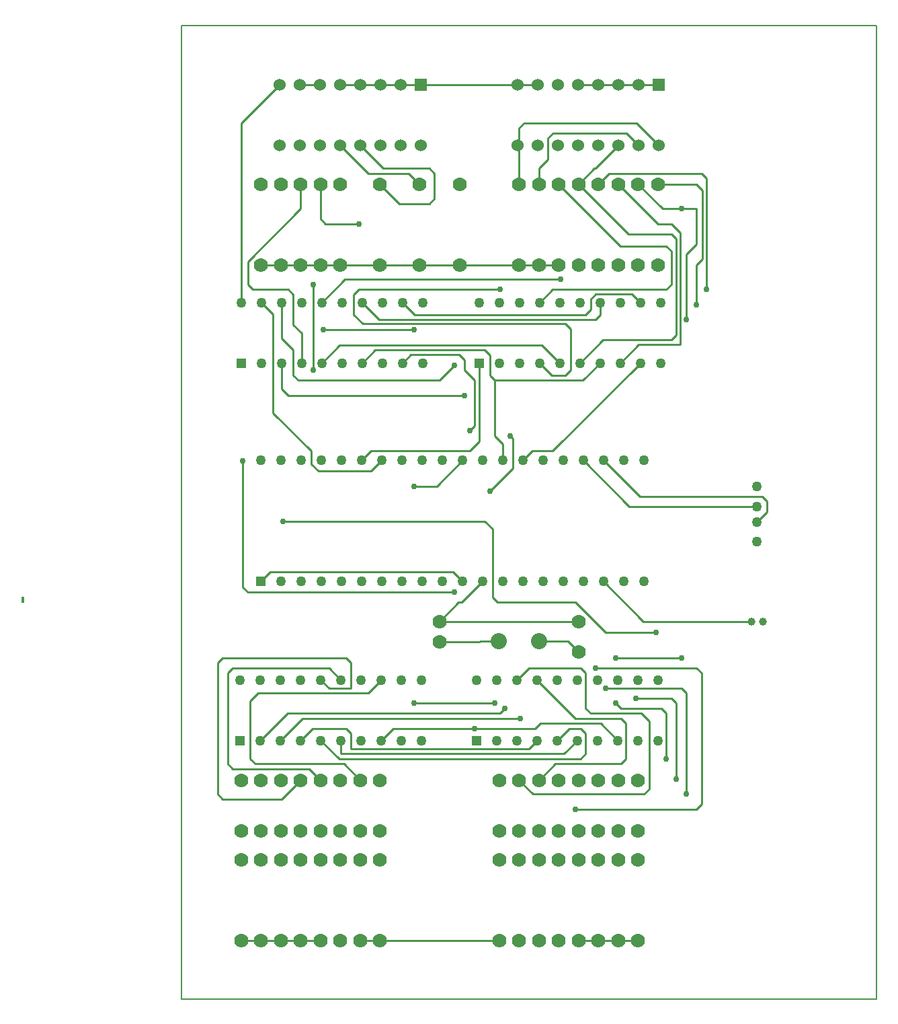
<source format=gbr>
G04 PROTEUS RS274X GERBER FILE*
%FSLAX45Y45*%
%MOMM*%
G01*
%ADD10C,0.254000*%
%ADD11C,0.762000*%
%AMPPAD002*
4,1,20,
-0.005000,0.625000,
0.005000,0.625000,
0.039760,0.621620,
0.071900,0.611880,
0.100810,0.596420,
0.125860,0.575860,
0.146420,0.550810,
0.161880,0.521900,
0.171620,0.489760,
0.175000,0.455000,
0.175000,-0.175000,
-0.175000,-0.175000,
-0.175000,0.455000,
-0.171620,0.489760,
-0.161880,0.521900,
-0.146420,0.550810,
-0.125860,0.575860,
-0.100810,0.596420,
-0.071900,0.611880,
-0.039760,0.621620,
-0.005000,0.625000,
0*%
%ADD12PPAD002*%
%ADD13R,1.270000X1.270000*%
%ADD14C,1.270000*%
%ADD15C,2.032000*%
%ADD16C,1.778000*%
%ADD17C,0.980000*%
%ADD18R,1.524000X1.524000*%
%ADD19C,0.000000*%
%ADD70C,1.524000*%
%ADD71C,0.203200*%
%TD.AperFunction*%
D10*
X+1814000Y+1024000D02*
X+2390960Y+447040D01*
X+4000000Y+447040D01*
X+2068000Y+1024000D02*
X+2520500Y+571500D01*
X+4064000Y+571500D01*
X+4127500Y+508000D01*
X+4127500Y+376420D01*
X+4000000Y+248920D01*
X+1250000Y-1250000D02*
X+1619000Y-1250000D01*
X+1750000Y-1381000D01*
X+742000Y-1250000D02*
X+508000Y-1250000D01*
X+504000Y-1254000D01*
X+0Y-1254000D01*
X-726000Y+1024000D02*
X-861000Y+889000D01*
X-1524000Y+889000D01*
X-1615000Y+980000D01*
X-1615000Y+1143000D01*
X-2095500Y+1623500D01*
X-2095500Y+2861500D01*
X-2246000Y+3012000D01*
X-980000Y+1024000D02*
X-861000Y+1143000D01*
X+381000Y+1143000D01*
X+500000Y+1262000D01*
X+500000Y+2250000D01*
X-1968500Y+254000D02*
X-1964162Y+258338D01*
X+571500Y+258338D01*
X+665700Y+164138D01*
X+665700Y-698500D01*
X+729200Y-762000D01*
X+1714500Y-762000D01*
X+2095500Y-1143000D01*
X+2730500Y-1143000D01*
X-2476500Y+1016000D02*
X-2476500Y-571500D01*
X-2413000Y-635000D01*
X+190500Y-635000D01*
X+2068000Y-500000D02*
X+2568000Y-1000000D01*
X+3925000Y-1000000D01*
X+825500Y-2095500D02*
X+762000Y-2159000D01*
X-1917000Y-2159000D01*
X-2258000Y-2500000D01*
X+190500Y+2222500D02*
X+0Y+2032000D01*
X-1778000Y+2032000D01*
X-1841500Y+2095500D01*
X-1841500Y+2413000D01*
X-1992000Y+2563500D01*
X-1992000Y+3012000D01*
X+1016000Y-2222500D02*
X-1726500Y-2222500D01*
X-2004000Y-2500000D01*
X+1524000Y+3302000D02*
X-1194000Y+3302000D01*
X-1484000Y+3012000D01*
X+2024000Y+3012000D02*
X+2024000Y+2857500D01*
X+1960500Y+2794000D01*
X-758000Y+2794000D01*
X-976000Y+3012000D01*
X+1226000Y-2500000D02*
X+1122500Y-2603500D01*
X-1115000Y-2603500D01*
X-1115000Y-2413000D01*
X-1178500Y-2349500D01*
X-1599500Y-2349500D01*
X-1750000Y-2500000D01*
X+2532000Y+3012000D02*
X+2425100Y+3118900D01*
X+1968500Y+3118900D01*
X+1905000Y+3055400D01*
X+1905000Y+2921000D01*
X+1841500Y+2857500D01*
X-313500Y+2857500D01*
X-468000Y+3012000D01*
X+1480000Y-2500000D02*
X+1630500Y-2349500D01*
X+1778000Y-2349500D01*
X+1841500Y-2413000D01*
X+1841500Y-2667000D01*
X+1778000Y-2730500D01*
X-1265500Y-2730500D01*
X-1496000Y-2500000D01*
X+1052000Y+1024000D02*
X+1171000Y+1143000D01*
X+1425000Y+1143000D01*
X+2532000Y+2250000D01*
X+381000Y+1397000D02*
X+444500Y+1460500D01*
X+444500Y+2032000D01*
X+317500Y+2159000D01*
X+317500Y+2286000D01*
X+246600Y+2356900D01*
X-361100Y+2356900D01*
X-468000Y+2250000D01*
X+1734000Y-2500000D02*
X+1567000Y-2667000D01*
X-1242000Y-2667000D01*
X-1242000Y-2500000D01*
X+698500Y+2032000D02*
X+698500Y+1333500D01*
X+798000Y+1234000D01*
X+798000Y+1024000D01*
X-976000Y+2250000D02*
X-813000Y+2413000D01*
X+571500Y+2413000D01*
X+635000Y+2349500D01*
X+635000Y+2095500D01*
X+698500Y+2032000D01*
X+1806000Y+2032000D01*
X+2024000Y+2250000D01*
X+571500Y-2349500D02*
X+444500Y-2349500D01*
X+889000Y+1333500D02*
X+925000Y+1297500D01*
X+925000Y+925000D01*
X+635000Y+635000D01*
X+571500Y-2349500D02*
X+1206500Y-2349500D01*
X+1270000Y-2286000D01*
X+2028000Y-2286000D01*
X+2242000Y-2500000D01*
X+1516000Y+2250000D02*
X+1289500Y+2476500D01*
X-1257500Y+2476500D01*
X-1484000Y+2250000D01*
X+444500Y-2349500D02*
X-583500Y-2349500D01*
X-734000Y-2500000D01*
X+317500Y+1841500D02*
X-1905000Y+1841500D01*
X-1992000Y+1928500D01*
X-1992000Y+2250000D01*
X+290000Y+1024000D02*
X-35500Y+698500D01*
X-317500Y+698500D01*
X-1750000Y+4500000D02*
X-1750000Y+4191000D01*
X-2413000Y+3528000D01*
X-2413000Y+3238500D01*
X-2349500Y+3175000D01*
X-1905000Y+3175000D01*
X-1841500Y+3111500D01*
X-1841500Y+2730500D01*
X-1738000Y+2627000D01*
X-1738000Y+2250000D01*
X-1587500Y+2159000D02*
X-1587500Y+3238500D01*
X-750000Y+4500000D02*
X-504500Y+4254500D01*
X-127000Y+4254500D01*
X-63500Y+4318000D01*
X-63500Y+4635500D01*
X-127000Y+4699000D01*
X-711000Y+4699000D01*
X-1000000Y+4988000D01*
X-250000Y+4500000D02*
X-385500Y+4635500D01*
X-901499Y+4635500D01*
X-1254000Y+4988000D01*
X-1253999Y+4988000D01*
X-1500000Y+4500000D02*
X-1500000Y+4064000D01*
X-1436500Y+4000500D01*
X-1016000Y+4000500D01*
X+1000000Y+4500000D02*
X+1000000Y+5207000D01*
X+1063500Y+5270500D01*
X+2479500Y+5270500D01*
X+2762000Y+4988000D01*
X+1250000Y+4500000D02*
X+1250000Y+4699000D01*
X+1365000Y+4814000D01*
X+1365000Y+5080000D01*
X+1428500Y+5143500D01*
X+2352500Y+5143500D01*
X+2508000Y+4988000D01*
X+762000Y+3175000D02*
X-1016000Y+3175000D01*
X-1079500Y+3111500D01*
X-1079500Y+2857500D01*
X-965200Y+2743200D01*
X+1587500Y+2743200D01*
X+1651000Y+2679700D01*
X+1651000Y+2159000D01*
X+1587500Y+2095500D01*
X+1416500Y+2095500D01*
X+1262000Y+2250000D01*
X+1750000Y+4500000D02*
X+1949000Y+4699000D01*
X+1965000Y+4699000D01*
X+2254000Y+4988000D01*
X+1750000Y+4500000D02*
X+2376500Y+3873500D01*
X+2921000Y+3873500D01*
X+2984500Y+3810000D01*
X+2984500Y+2603500D01*
X+2921000Y+2540000D01*
X+2060000Y+2540000D01*
X+1770000Y+2250000D01*
X+2250000Y+4500000D02*
X+2749500Y+4000500D01*
X+2921000Y+4000500D01*
X+3035300Y+3886200D01*
X+3035300Y+2480893D01*
X+2508893Y+2480893D01*
X+2278000Y+2250000D01*
X+2750000Y+4500000D02*
X+3238500Y+4500000D01*
X+3314700Y+4423800D01*
X+3314700Y+3556000D01*
X+3238500Y+3479800D01*
X+3238500Y+2984500D01*
X+3048000Y+4191000D02*
X+2809000Y+4191000D01*
X+2500000Y+4500000D01*
X+3238500Y+4191000D02*
X+3048000Y+4191000D01*
X+3238500Y+4191000D02*
X+3238500Y+3746500D01*
X+3111500Y+3619500D01*
X+3111500Y+2794000D01*
X+2000000Y+4500000D02*
X+2135500Y+4635500D01*
X+3302000Y+4635500D01*
X+3365500Y+4572000D01*
X+3365500Y+3175000D01*
X+1500000Y+4500000D02*
X+2278205Y+3721795D01*
X+2857500Y+3721795D01*
X+2921000Y+3658295D01*
X+2921000Y+3238500D01*
X+2857500Y+3175000D01*
X+1425000Y+3175000D01*
X+1262000Y+3012000D01*
X-1496000Y-1738000D02*
X-1392500Y-1841500D01*
X-1115000Y-1841500D01*
X-1115000Y-1524000D01*
X-1178500Y-1460500D01*
X-2730500Y-1460500D01*
X-2794000Y-1524000D01*
X-2794000Y-3175000D01*
X-2730500Y-3238500D01*
X-1988500Y-3238500D01*
X-1750000Y-3000000D01*
X-1242000Y-1738000D02*
X-1392500Y-1587500D01*
X-2603500Y-1587500D01*
X-2667000Y-1651000D01*
X-2667000Y-2794000D01*
X-2603500Y-2857500D01*
X-1642500Y-2857500D01*
X-1500000Y-3000000D01*
X-734000Y-1738000D02*
X-901000Y-1905000D01*
X-2286000Y-1905000D01*
X-2385000Y-2004000D01*
X-2385000Y-2730500D01*
X-2321500Y-2794000D01*
X-1206000Y-2794000D01*
X-1000000Y-3000000D01*
X+698500Y-2032000D02*
X-317500Y-2032000D01*
X+972000Y-1738000D02*
X+1122500Y-1587500D01*
X+1778000Y-1587500D01*
X+1841500Y-1651000D01*
X+1841500Y-2095500D01*
X+1905000Y-2159000D01*
X+2540000Y-2159000D01*
X+2637700Y-2256700D01*
X+2637700Y-3111500D01*
X+2574200Y-3175000D01*
X+1175000Y-3175000D01*
X+1000000Y-3000000D01*
X+1226000Y-1738000D02*
X+1710500Y-2222500D01*
X+2286000Y-2222500D01*
X+2349500Y-2286000D01*
X+2349500Y-2730500D01*
X+2286000Y-2794000D01*
X+1456000Y-2794000D01*
X+1250000Y-3000000D01*
X+2222500Y-2032000D02*
X+2286000Y-2095500D01*
X+2794000Y-2095500D01*
X+2857500Y-2159000D01*
X+2857500Y-2730500D01*
X+1968500Y-1587500D02*
X+3238500Y-1587500D01*
X+3302000Y-1651000D01*
X+3302000Y-3302000D01*
X+3238500Y-3365500D01*
X+1714500Y-3365500D01*
X+2095500Y-1841500D02*
X+3048000Y-1841500D01*
X+3111500Y-1905000D01*
X+3111500Y-3175000D01*
X+2222500Y-1460500D02*
X+3048000Y-1460500D01*
X+2476500Y-1968500D02*
X+2921000Y-1968500D01*
X+2984500Y-2032000D01*
X+2984500Y-2984500D01*
X+544000Y-500000D02*
X+282000Y-762000D01*
X+238000Y-762000D01*
X+0Y-1000000D01*
X+1750000Y-1000000D01*
X-750000Y-5016000D02*
X+750000Y-5016000D01*
X-1250000Y+3484000D02*
X-750000Y+3484000D01*
X-250000Y+3484000D02*
X+250000Y+3484000D01*
X-750000Y+3484000D02*
X-250000Y+3484000D01*
X+2250000Y-5016000D02*
X+2500000Y-5016000D01*
X+2000000Y-5016000D02*
X+2250000Y-5016000D01*
X+1750000Y-5016000D02*
X+2000000Y-5016000D01*
X-1000000Y-5016000D02*
X-750000Y-5016000D01*
X-1750000Y-5016000D02*
X-1500000Y-5016000D01*
X-2000000Y-5016000D02*
X-1750000Y-5016000D01*
X-2250000Y-5016000D02*
X-2000000Y-5016000D01*
X-2250000Y-5016000D02*
X-2500000Y-5016000D01*
X-1750000Y+3484000D02*
X-2000000Y+3484000D01*
X-2250000Y+3484000D01*
X-1750000Y+3484000D02*
X-1500000Y+3484000D01*
X-1250000Y+3484000D02*
X-1500000Y+3484000D01*
X+1250000Y+3484000D02*
X+1500000Y+3484000D01*
X+1000000Y+3484000D02*
X+250000Y+3484000D01*
X+1000000Y+3484000D02*
X+1250000Y+3484000D01*
X-2500000Y+3012000D02*
X-2500000Y+5266000D01*
X-2016000Y+5750000D01*
X-2250000Y-500000D02*
X-2131000Y-381000D01*
X+171000Y-381000D01*
X+290000Y-500000D01*
X-238000Y+5750000D02*
X+984000Y+5750000D01*
X-1508000Y+5750000D02*
X-1762000Y+5750000D01*
X-1000000Y+5750000D02*
X-1254000Y+5750000D01*
X-746000Y+5750000D02*
X-1000000Y+5750000D01*
X-492000Y+5750000D02*
X-746000Y+5750000D01*
X-238000Y+5750000D02*
X-492000Y+5750000D01*
X+2508000Y+5750000D02*
X+2762000Y+5750000D01*
X+2508000Y+5750000D02*
X+2254000Y+5750000D01*
X+2000000Y+5750000D01*
X+1746000Y+5750000D01*
X+1238000Y+5750000D02*
X+984000Y+5750000D01*
X-317500Y+2667000D02*
X-1460500Y+2667000D01*
D11*
X+2730500Y-1143000D03*
X-1968500Y+254000D03*
X+190500Y-635000D03*
X-2476500Y+1016000D03*
X+825500Y-2095500D03*
X+190500Y+2222500D03*
X+1016000Y-2222500D03*
X+1524000Y+3302000D03*
X+381000Y+1397000D03*
X+444500Y-2349500D03*
X+635000Y+635000D03*
X+889000Y+1333500D03*
X+317500Y+1841500D03*
X-317500Y+698500D03*
X-1587500Y+3238500D03*
X-1587500Y+2159000D03*
X-1016000Y+4000500D03*
X+762000Y+3175000D03*
X+3238500Y+2984500D03*
X+3048000Y+4191000D03*
X+3111500Y+2794000D03*
X+3365500Y+3175000D03*
X-317500Y-2032000D03*
X+698500Y-2032000D03*
X+2857500Y-2730500D03*
X+2222500Y-2032000D03*
X+1714500Y-3365500D03*
X+1968500Y-1587500D03*
X+3111500Y-3175000D03*
X+2095500Y-1841500D03*
X+3048000Y-1460500D03*
X+2222500Y-1460500D03*
X+2984500Y-2984500D03*
X+2476500Y-1968500D03*
X-1460500Y+2667000D03*
X-317500Y+2667000D03*
D12*
X-5250000Y-750000D03*
D13*
X-2250000Y-500000D03*
D14*
X-1996000Y-500000D03*
X-1742000Y-500000D03*
X-1488000Y-500000D03*
X-1234000Y-500000D03*
X-980000Y-500000D03*
X-726000Y-500000D03*
X-472000Y-500000D03*
X-218000Y-500000D03*
X+36000Y-500000D03*
X+290000Y-500000D03*
X+544000Y-500000D03*
X+798000Y-500000D03*
X+1052000Y-500000D03*
X+1306000Y-500000D03*
X+1560000Y-500000D03*
X+1814000Y-500000D03*
X+2068000Y-500000D03*
X+2322000Y-500000D03*
X+2576000Y-500000D03*
X+2576000Y+1024000D03*
X+2322000Y+1024000D03*
X+2068000Y+1024000D03*
X+1814000Y+1024000D03*
X+1560000Y+1024000D03*
X+1306000Y+1024000D03*
X+1052000Y+1024000D03*
X+798000Y+1024000D03*
X+544000Y+1024000D03*
X+290000Y+1024000D03*
X+36000Y+1024000D03*
X-218000Y+1024000D03*
X-472000Y+1024000D03*
X-726000Y+1024000D03*
X-980000Y+1024000D03*
X-1234000Y+1024000D03*
X-1488000Y+1024000D03*
X-1742000Y+1024000D03*
X-1996000Y+1024000D03*
X-2250000Y+1024000D03*
D13*
X-2500000Y+2250000D03*
D14*
X-2246000Y+2250000D03*
X-1992000Y+2250000D03*
X-1738000Y+2250000D03*
X-1484000Y+2250000D03*
X-1230000Y+2250000D03*
X-976000Y+2250000D03*
X-722000Y+2250000D03*
X-468000Y+2250000D03*
X-214000Y+2250000D03*
X-214000Y+3012000D03*
X-468000Y+3012000D03*
X-722000Y+3012000D03*
X-976000Y+3012000D03*
X-1230000Y+3012000D03*
X-1484000Y+3012000D03*
X-1738000Y+3012000D03*
X-1992000Y+3012000D03*
X-2246000Y+3012000D03*
X-2500000Y+3012000D03*
D13*
X+500000Y+2250000D03*
D14*
X+754000Y+2250000D03*
X+1008000Y+2250000D03*
X+1262000Y+2250000D03*
X+1516000Y+2250000D03*
X+1770000Y+2250000D03*
X+2024000Y+2250000D03*
X+2278000Y+2250000D03*
X+2532000Y+2250000D03*
X+2786000Y+2250000D03*
X+2786000Y+3012000D03*
X+2532000Y+3012000D03*
X+2278000Y+3012000D03*
X+2024000Y+3012000D03*
X+1770000Y+3012000D03*
X+1516000Y+3012000D03*
X+1262000Y+3012000D03*
X+1008000Y+3012000D03*
X+754000Y+3012000D03*
X+500000Y+3012000D03*
D13*
X-2512000Y-2500000D03*
D14*
X-2258000Y-2500000D03*
X-2004000Y-2500000D03*
X-1750000Y-2500000D03*
X-1496000Y-2500000D03*
X-1242000Y-2500000D03*
X-988000Y-2500000D03*
X-734000Y-2500000D03*
X-480000Y-2500000D03*
X-226000Y-2500000D03*
X-226000Y-1738000D03*
X-480000Y-1738000D03*
X-734000Y-1738000D03*
X-988000Y-1738000D03*
X-1242000Y-1738000D03*
X-1496000Y-1738000D03*
X-1750000Y-1738000D03*
X-2004000Y-1738000D03*
X-2258000Y-1738000D03*
X-2512000Y-1738000D03*
D13*
X+464000Y-2500000D03*
D14*
X+718000Y-2500000D03*
X+972000Y-2500000D03*
X+1226000Y-2500000D03*
X+1480000Y-2500000D03*
X+1734000Y-2500000D03*
X+1988000Y-2500000D03*
X+2242000Y-2500000D03*
X+2496000Y-2500000D03*
X+2750000Y-2500000D03*
X+2750000Y-1738000D03*
X+2496000Y-1738000D03*
X+2242000Y-1738000D03*
X+1988000Y-1738000D03*
X+1734000Y-1738000D03*
X+1480000Y-1738000D03*
X+1226000Y-1738000D03*
X+972000Y-1738000D03*
X+718000Y-1738000D03*
X+464000Y-1738000D03*
X+4000000Y+0D03*
X+4000000Y+248920D03*
X+4000000Y+447040D03*
X+4000000Y+695960D03*
D15*
X+1250000Y-1250000D03*
X+742000Y-1250000D03*
D16*
X-2500000Y-3000000D03*
X-2500000Y-3635000D03*
X-2000000Y-3000000D03*
X-2000000Y-3635000D03*
X-2250000Y-3000000D03*
X-2250000Y-3635000D03*
X-1750000Y-3000000D03*
X-1750000Y-3635000D03*
X-1500000Y-3000000D03*
X-1500000Y-3635000D03*
X-1250000Y-3000000D03*
X-1250000Y-3635000D03*
X-1000000Y-3000000D03*
X-1000000Y-3635000D03*
X-750000Y-3000000D03*
X-750000Y-3635000D03*
X+750000Y-3000000D03*
X+750000Y-3635000D03*
X+1000000Y-3000000D03*
X+1000000Y-3635000D03*
X+1250000Y-3000000D03*
X+1250000Y-3635000D03*
X+1500000Y-3000000D03*
X+1500000Y-3635000D03*
X+1750000Y-3000000D03*
X+1750000Y-3635000D03*
X+2000000Y-3000000D03*
X+2000000Y-3635000D03*
X+2250000Y-3000000D03*
X+2250000Y-3635000D03*
X+2500000Y-3000000D03*
X+2500000Y-3635000D03*
X+1750000Y-1000000D03*
X+1750000Y-1381000D03*
X+0Y-1000000D03*
X+0Y-1254000D03*
D17*
X+3925000Y-1000000D03*
X+4075000Y-1000000D03*
D16*
X-2500000Y-4000000D03*
X-2500000Y-5016000D03*
X-2250000Y-4000000D03*
X-2250000Y-5016000D03*
X-2000000Y-4000000D03*
X-2000000Y-5016000D03*
X-1750000Y-4000000D03*
X-1750000Y-5016000D03*
X-1500000Y-4000000D03*
X-1500000Y-5016000D03*
X-1250000Y-4000000D03*
X-1250000Y-5016000D03*
X-1000000Y-4000000D03*
X-1000000Y-5016000D03*
X-750000Y-4000000D03*
X-750000Y-5016000D03*
X+750000Y-4000000D03*
X+750000Y-5016000D03*
X+1000000Y-4000000D03*
X+1000000Y-5016000D03*
X+1250000Y-4000000D03*
X+1250000Y-5016000D03*
X+1500000Y-4000000D03*
X+1500000Y-5016000D03*
X+1750000Y-4000000D03*
X+1750000Y-5016000D03*
X+2000000Y-4000000D03*
X+2000000Y-5016000D03*
X+2250000Y-4000000D03*
X+2250000Y-5016000D03*
X+2500000Y-4000000D03*
X+2500000Y-5016000D03*
X+1000000Y+4500000D03*
X+1000000Y+3484000D03*
X+1250000Y+4500000D03*
X+1250000Y+3484000D03*
X+1750000Y+4500000D03*
X+1750000Y+3484000D03*
X+2250000Y+4500000D03*
X+2250000Y+3484000D03*
X+2750000Y+4500000D03*
X+2750000Y+3484000D03*
X+2500000Y+4500000D03*
X+2500000Y+3484000D03*
X+2000000Y+4500000D03*
X+2000000Y+3484000D03*
X+1500000Y+4500000D03*
X+1500000Y+3484000D03*
X-2250000Y+4500000D03*
X-2250000Y+3484000D03*
X-1750000Y+4500000D03*
X-1750000Y+3484000D03*
X-1250000Y+4500000D03*
X-1250000Y+3484000D03*
X-750000Y+4500000D03*
X-750000Y+3484000D03*
X-250000Y+4500000D03*
X-250000Y+3484000D03*
X+250000Y+4500000D03*
X+250000Y+3484000D03*
X-1500000Y+4500000D03*
X-1500000Y+3484000D03*
X-2000000Y+4500000D03*
X-2000000Y+3484000D03*
D18*
X-238000Y+5750000D03*
D19*
X-238000Y+5750000D03*
D70*
X-492000Y+5750000D03*
D19*
X-492000Y+5750000D03*
D70*
X-746000Y+5750000D03*
D19*
X-746000Y+5750000D03*
D70*
X-1000000Y+5750000D03*
D19*
X-1000000Y+5750000D03*
D70*
X-1254000Y+5750000D03*
D19*
X-1254000Y+5750000D03*
D70*
X-1508000Y+5750000D03*
D19*
X-1508000Y+5750000D03*
D70*
X-1762000Y+5750000D03*
D19*
X-1762000Y+5750000D03*
D70*
X-2016000Y+5750000D03*
D19*
X-2016000Y+5750000D03*
D70*
X-2016000Y+4988000D03*
D19*
X-2016000Y+4988000D03*
D70*
X-1762000Y+4988000D03*
D19*
X-1762000Y+4988000D03*
D70*
X-1508000Y+4988000D03*
D19*
X-1508000Y+4988000D03*
D70*
X-1254000Y+4988000D03*
D19*
X-1254000Y+4988000D03*
D70*
X-1000000Y+4988000D03*
D19*
X-1000000Y+4988000D03*
D70*
X-746000Y+4988000D03*
D19*
X-746000Y+4988000D03*
D70*
X-492000Y+4988000D03*
D19*
X-492000Y+4988000D03*
D70*
X-238000Y+4988000D03*
D19*
X-238000Y+4988000D03*
D18*
X+2762000Y+5750000D03*
D19*
X+2762000Y+5750000D03*
D70*
X+2508000Y+5750000D03*
D19*
X+2508000Y+5750000D03*
D70*
X+2254000Y+5750000D03*
D19*
X+2254000Y+5750000D03*
D70*
X+2000000Y+5750000D03*
D19*
X+2000000Y+5750000D03*
D70*
X+1746000Y+5750000D03*
D19*
X+1746000Y+5750000D03*
D70*
X+1492000Y+5750000D03*
D19*
X+1492000Y+5750000D03*
D70*
X+1238000Y+5750000D03*
D19*
X+1238000Y+5750000D03*
D70*
X+984000Y+5750000D03*
D19*
X+984000Y+5750000D03*
D70*
X+984000Y+4988000D03*
D19*
X+984000Y+4988000D03*
D70*
X+1238000Y+4988000D03*
D19*
X+1238000Y+4988000D03*
D70*
X+1492000Y+4988000D03*
D19*
X+1492000Y+4988000D03*
D70*
X+1746000Y+4988000D03*
D19*
X+1746000Y+4988000D03*
D70*
X+2000000Y+4988000D03*
D19*
X+2000000Y+4988000D03*
D70*
X+2254000Y+4988000D03*
D19*
X+2254000Y+4988000D03*
D70*
X+2508000Y+4988000D03*
D19*
X+2508000Y+4988000D03*
D70*
X+2762000Y+4988000D03*
D19*
X+2762000Y+4988000D03*
D71*
X-3250000Y-5750000D02*
X+5500000Y-5750000D01*
X+5500000Y+6500000D01*
X-3250000Y+6500000D01*
X-3250000Y-5750000D01*
M02*

</source>
